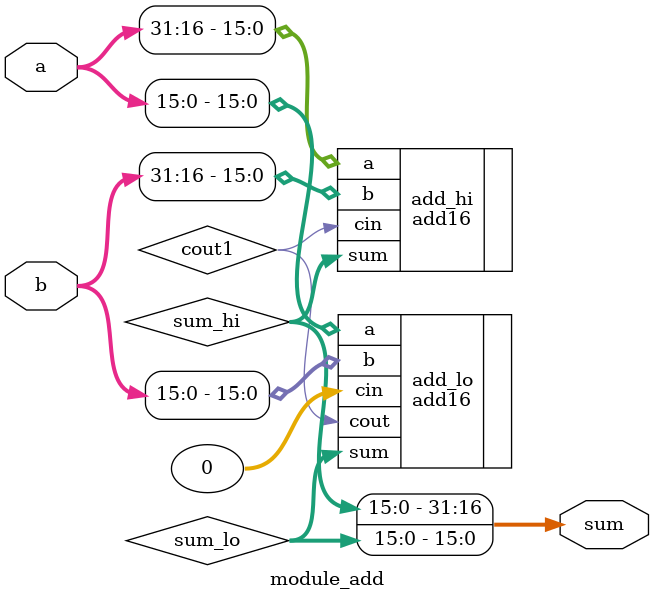
<source format=v>
module module_add
(
    input [31:0] a,
    input [31:0] b,
    output [31:0] sum
);
    wire [15:0] sum_lo;
    wire [15:0] sum_hi;
    wire cout1;
    
    add16 add_lo(.a(a[15:0]),.b(b[15:0]),.cin(0),.cout(cout1),.sum(sum_lo));
    add16 add_hi(.a(a[31:16]),.b(b[31:16]),.cin(cout1),.sum(sum_hi));
    
    assign sum = {sum_hi,sum_lo};
    
endmodule

</source>
